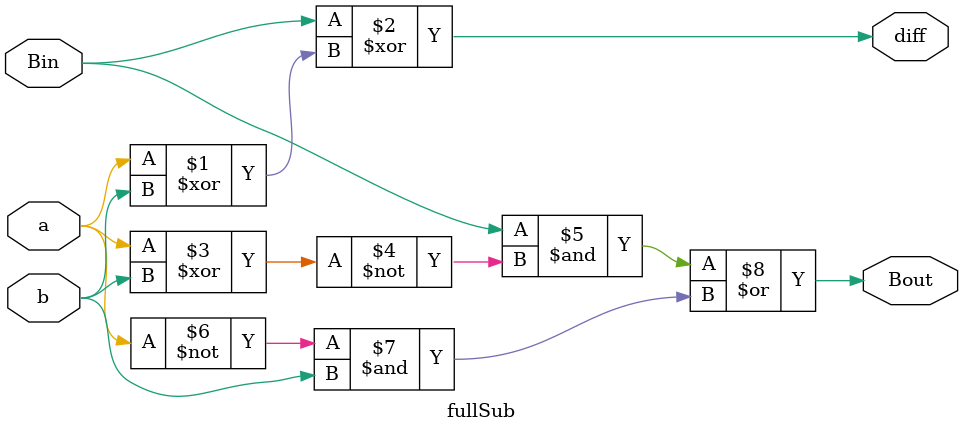
<source format=v>
`timescale 1ns / 1ps
module fullSub(
    input a,
    input b,
    input Bin,
    output Bout,
    output diff
    );
assign diff= Bin^(a^b);
assign Bout =Bin&(~(a^b))| (~a&b);

endmodule

</source>
